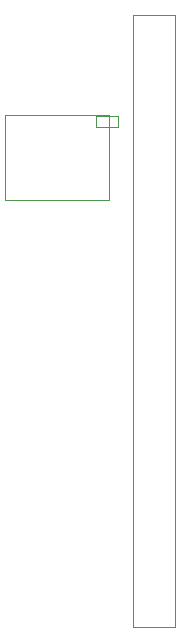
<source format=gbr>
G04 #@! TF.GenerationSoftware,KiCad,Pcbnew,(5.99.0-12085-gf4905cb1ae)*
G04 #@! TF.CreationDate,2021-08-26T19:19:28+05:30*
G04 #@! TF.ProjectId,Mitayi-Pico-RP2040,4d697461-7969-42d5-9069-636f2d525032,0.2*
G04 #@! TF.SameCoordinates,Original*
G04 #@! TF.FileFunction,Other,User*
%FSLAX46Y46*%
G04 Gerber Fmt 4.6, Leading zero omitted, Abs format (unit mm)*
G04 Created by KiCad (PCBNEW (5.99.0-12085-gf4905cb1ae)) date 2021-08-26 19:19:28*
%MOMM*%
%LPD*%
G01*
G04 APERTURE LIST*
%ADD10C,0.050000*%
G04 APERTURE END LIST*
D10*
X145730000Y-80200000D02*
X145730000Y-73000000D01*
X154530000Y-73000000D02*
X154530000Y-80200000D01*
X154530000Y-80200000D02*
X145730000Y-80200000D01*
X145730000Y-73000000D02*
X154530000Y-73000000D01*
X153470000Y-73020000D02*
X153470000Y-73960000D01*
X153470000Y-73960000D02*
X155330000Y-73960000D01*
X155330000Y-73960000D02*
X155330000Y-73020000D01*
X155330000Y-73020000D02*
X153470000Y-73020000D01*
X156600000Y-116350000D02*
X156600000Y-64500000D01*
X160200000Y-64500000D02*
X160200000Y-116350000D01*
X156600000Y-64500000D02*
X160200000Y-64500000D01*
X160200000Y-116350000D02*
X156600000Y-116350000D01*
M02*

</source>
